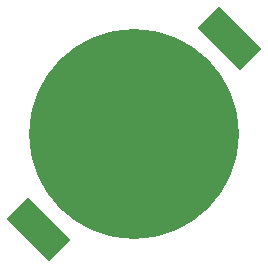
<source format=gbp>
G04 #@! TF.FileFunction,Paste,Bot*
%FSLAX46Y46*%
G04 Gerber Fmt 4.6, Leading zero omitted, Abs format (unit mm)*
G04 Created by KiCad (PCBNEW 4.0.7) date 01/25/18 22:01:14*
%MOMM*%
%LPD*%
G01*
G04 APERTURE LIST*
%ADD10C,0.100000*%
%ADD11C,17.780000*%
G04 APERTURE END LIST*
D10*
D11*
X207645000Y-92075000D03*
D10*
G36*
X200460795Y-102851308D02*
X196868692Y-99259205D01*
X198664743Y-97463154D01*
X202256846Y-101055257D01*
X200460795Y-102851308D01*
X200460795Y-102851308D01*
G37*
G36*
X216625257Y-86686846D02*
X213033154Y-83094743D01*
X214829205Y-81298692D01*
X218421308Y-84890795D01*
X216625257Y-86686846D01*
X216625257Y-86686846D01*
G37*
M02*

</source>
